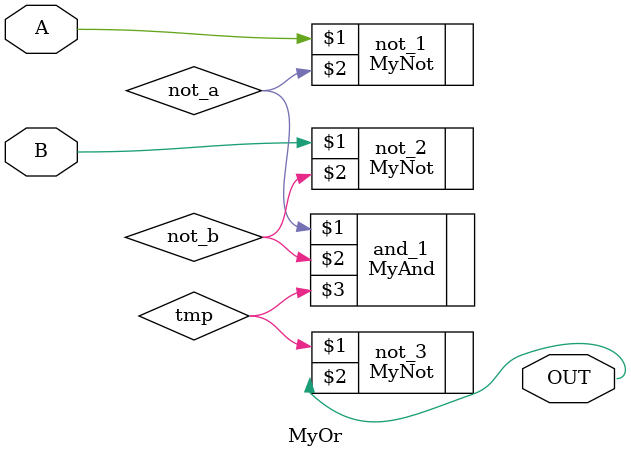
<source format=sv>
`ifndef __OR__
`define __OR__
`include "not.sv"
`include "and.sv"
module MyOr(
    input A, B,
    output OUT);
  wire not_a, not_b, tmp;

  MyNot not_1(A, not_a);
  MyNot not_2(B, not_b);
  MyAnd and_1(not_a, not_b, tmp);
  MyNot not_3(tmp, OUT);
endmodule // MyOr
`endif

</source>
